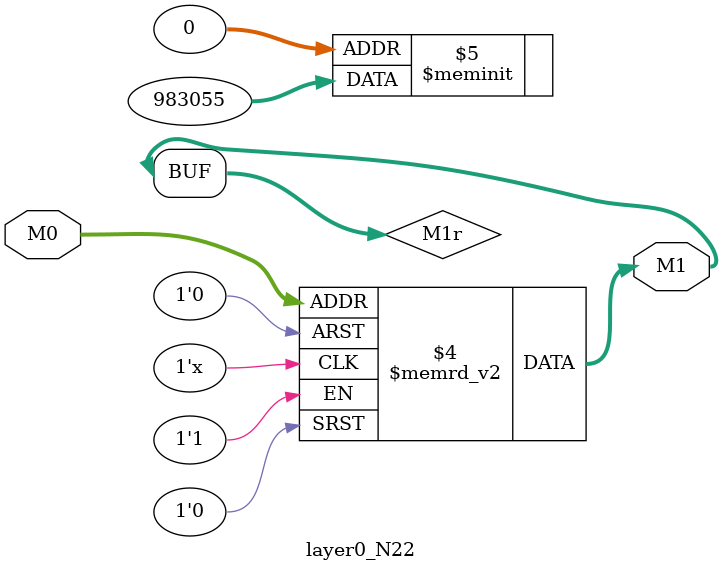
<source format=v>
module layer0_N22 ( input [3:0] M0, output [1:0] M1 );

	(*rom_style = "distributed" *) reg [1:0] M1r;
	assign M1 = M1r;
	always @ (M0) begin
		case (M0)
			4'b0000: M1r = 2'b11;
			4'b1000: M1r = 2'b11;
			4'b0100: M1r = 2'b00;
			4'b1100: M1r = 2'b00;
			4'b0010: M1r = 2'b00;
			4'b1010: M1r = 2'b00;
			4'b0110: M1r = 2'b00;
			4'b1110: M1r = 2'b00;
			4'b0001: M1r = 2'b11;
			4'b1001: M1r = 2'b11;
			4'b0101: M1r = 2'b00;
			4'b1101: M1r = 2'b00;
			4'b0011: M1r = 2'b00;
			4'b1011: M1r = 2'b00;
			4'b0111: M1r = 2'b00;
			4'b1111: M1r = 2'b00;

		endcase
	end
endmodule

</source>
